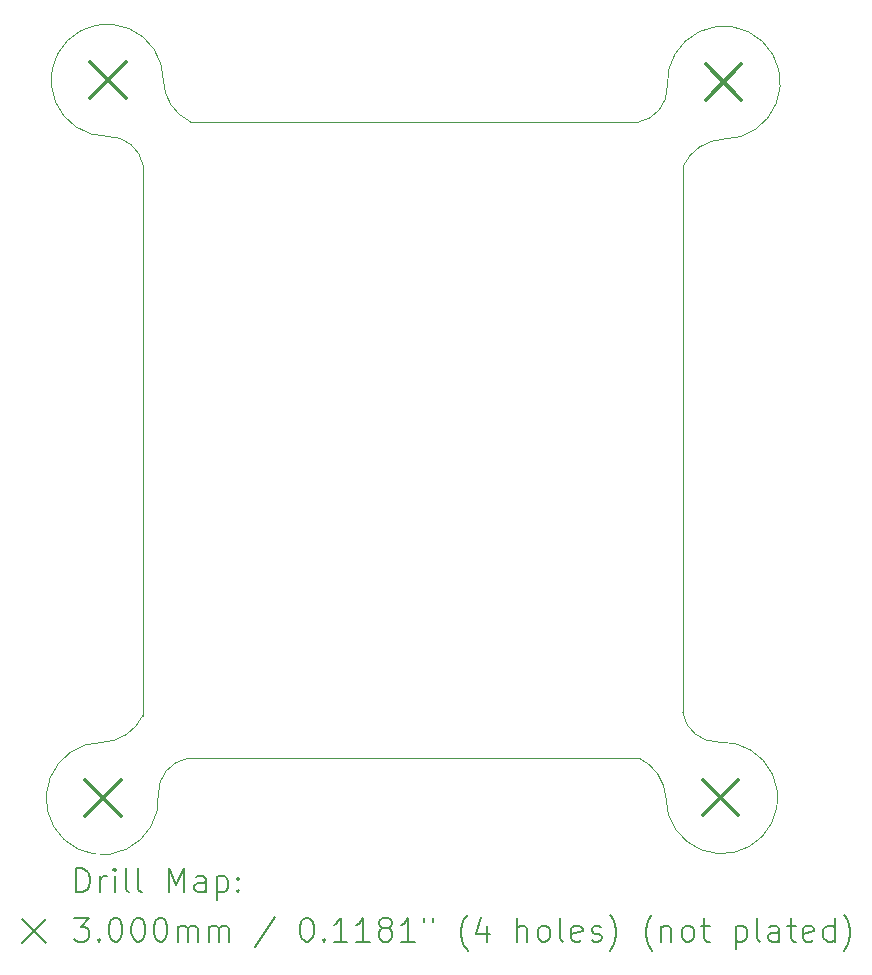
<source format=gbr>
%TF.GenerationSoftware,KiCad,Pcbnew,7.0.7*%
%TF.CreationDate,2023-10-16T17:54:21+02:00*%
%TF.ProjectId,arduino-nano-drone,61726475-696e-46f2-9d6e-616e6f2d6472,0*%
%TF.SameCoordinates,Original*%
%TF.FileFunction,Drillmap*%
%TF.FilePolarity,Positive*%
%FSLAX45Y45*%
G04 Gerber Fmt 4.5, Leading zero omitted, Abs format (unit mm)*
G04 Created by KiCad (PCBNEW 7.0.7) date 2023-10-16 17:54:21*
%MOMM*%
%LPD*%
G01*
G04 APERTURE LIST*
%ADD10C,0.100000*%
%ADD11C,0.200000*%
%ADD12C,0.300000*%
G04 APERTURE END LIST*
D10*
X9430531Y-4189910D02*
G75*
G03*
X9125000Y-3940421I-295531J-50090D01*
G01*
X9600421Y-3465000D02*
G75*
G03*
X9125000Y-3940421I-475421J0D01*
G01*
X9829324Y-3816432D02*
X13617917Y-3820944D01*
X9805955Y-9206729D02*
X13625490Y-9202228D01*
X9600421Y-3465000D02*
G75*
G03*
X9829324Y-3816432I399579J10000D01*
G01*
X9425676Y-8844798D02*
X9430531Y-4189910D01*
X14345000Y-3963561D02*
G75*
G03*
X13867406Y-3515413I0J478561D01*
G01*
X13855345Y-9541188D02*
G75*
G03*
X13625490Y-9202228I-401725J-25002D01*
G01*
X9083620Y-9070769D02*
G75*
G03*
X9425676Y-8844798I-15000J394579D01*
G01*
X13997675Y-8819105D02*
G75*
G03*
X14303207Y-9068594I295535J50095D01*
G01*
X13617916Y-3820938D02*
G75*
G03*
X13867406Y-3515413I-50086J295528D01*
G01*
X9805956Y-9206731D02*
G75*
G03*
X9557712Y-9510663I49834J-294049D01*
G01*
X14345000Y-3963562D02*
G75*
G03*
X14002031Y-4190959I16430J-397118D01*
G01*
X13855343Y-9541188D02*
G75*
G03*
X14303207Y-9068594I473277J0D01*
G01*
X13997676Y-8819105D02*
X14002031Y-4190959D01*
X9083620Y-9070769D02*
G75*
G03*
X9557712Y-9510663I0J-475421D01*
G01*
D11*
D12*
X8938620Y-9391188D02*
X9238620Y-9691188D01*
X9238620Y-9391188D02*
X8938620Y-9691188D01*
X8980000Y-3315000D02*
X9280000Y-3615000D01*
X9280000Y-3315000D02*
X8980000Y-3615000D01*
X14168620Y-9386188D02*
X14468620Y-9686188D01*
X14468620Y-9386188D02*
X14168620Y-9686188D01*
X14195000Y-3330000D02*
X14495000Y-3630000D01*
X14495000Y-3330000D02*
X14195000Y-3630000D01*
D11*
X8863976Y-10338095D02*
X8863976Y-10138095D01*
X8863976Y-10138095D02*
X8911595Y-10138095D01*
X8911595Y-10138095D02*
X8940166Y-10147619D01*
X8940166Y-10147619D02*
X8959214Y-10166666D01*
X8959214Y-10166666D02*
X8968738Y-10185714D01*
X8968738Y-10185714D02*
X8978261Y-10223809D01*
X8978261Y-10223809D02*
X8978261Y-10252381D01*
X8978261Y-10252381D02*
X8968738Y-10290476D01*
X8968738Y-10290476D02*
X8959214Y-10309523D01*
X8959214Y-10309523D02*
X8940166Y-10328571D01*
X8940166Y-10328571D02*
X8911595Y-10338095D01*
X8911595Y-10338095D02*
X8863976Y-10338095D01*
X9063976Y-10338095D02*
X9063976Y-10204762D01*
X9063976Y-10242857D02*
X9073500Y-10223809D01*
X9073500Y-10223809D02*
X9083023Y-10214285D01*
X9083023Y-10214285D02*
X9102071Y-10204762D01*
X9102071Y-10204762D02*
X9121119Y-10204762D01*
X9187785Y-10338095D02*
X9187785Y-10204762D01*
X9187785Y-10138095D02*
X9178261Y-10147619D01*
X9178261Y-10147619D02*
X9187785Y-10157143D01*
X9187785Y-10157143D02*
X9197309Y-10147619D01*
X9197309Y-10147619D02*
X9187785Y-10138095D01*
X9187785Y-10138095D02*
X9187785Y-10157143D01*
X9311595Y-10338095D02*
X9292547Y-10328571D01*
X9292547Y-10328571D02*
X9283023Y-10309523D01*
X9283023Y-10309523D02*
X9283023Y-10138095D01*
X9416357Y-10338095D02*
X9397309Y-10328571D01*
X9397309Y-10328571D02*
X9387785Y-10309523D01*
X9387785Y-10309523D02*
X9387785Y-10138095D01*
X9644928Y-10338095D02*
X9644928Y-10138095D01*
X9644928Y-10138095D02*
X9711595Y-10280952D01*
X9711595Y-10280952D02*
X9778261Y-10138095D01*
X9778261Y-10138095D02*
X9778261Y-10338095D01*
X9959214Y-10338095D02*
X9959214Y-10233333D01*
X9959214Y-10233333D02*
X9949690Y-10214285D01*
X9949690Y-10214285D02*
X9930642Y-10204762D01*
X9930642Y-10204762D02*
X9892547Y-10204762D01*
X9892547Y-10204762D02*
X9873500Y-10214285D01*
X9959214Y-10328571D02*
X9940166Y-10338095D01*
X9940166Y-10338095D02*
X9892547Y-10338095D01*
X9892547Y-10338095D02*
X9873500Y-10328571D01*
X9873500Y-10328571D02*
X9863976Y-10309523D01*
X9863976Y-10309523D02*
X9863976Y-10290476D01*
X9863976Y-10290476D02*
X9873500Y-10271428D01*
X9873500Y-10271428D02*
X9892547Y-10261904D01*
X9892547Y-10261904D02*
X9940166Y-10261904D01*
X9940166Y-10261904D02*
X9959214Y-10252381D01*
X10054452Y-10204762D02*
X10054452Y-10404762D01*
X10054452Y-10214285D02*
X10073500Y-10204762D01*
X10073500Y-10204762D02*
X10111595Y-10204762D01*
X10111595Y-10204762D02*
X10130642Y-10214285D01*
X10130642Y-10214285D02*
X10140166Y-10223809D01*
X10140166Y-10223809D02*
X10149690Y-10242857D01*
X10149690Y-10242857D02*
X10149690Y-10300000D01*
X10149690Y-10300000D02*
X10140166Y-10319047D01*
X10140166Y-10319047D02*
X10130642Y-10328571D01*
X10130642Y-10328571D02*
X10111595Y-10338095D01*
X10111595Y-10338095D02*
X10073500Y-10338095D01*
X10073500Y-10338095D02*
X10054452Y-10328571D01*
X10235404Y-10319047D02*
X10244928Y-10328571D01*
X10244928Y-10328571D02*
X10235404Y-10338095D01*
X10235404Y-10338095D02*
X10225881Y-10328571D01*
X10225881Y-10328571D02*
X10235404Y-10319047D01*
X10235404Y-10319047D02*
X10235404Y-10338095D01*
X10235404Y-10214285D02*
X10244928Y-10223809D01*
X10244928Y-10223809D02*
X10235404Y-10233333D01*
X10235404Y-10233333D02*
X10225881Y-10223809D01*
X10225881Y-10223809D02*
X10235404Y-10214285D01*
X10235404Y-10214285D02*
X10235404Y-10233333D01*
X8403199Y-10566611D02*
X8603199Y-10766611D01*
X8603199Y-10566611D02*
X8403199Y-10766611D01*
X8844928Y-10558095D02*
X8968738Y-10558095D01*
X8968738Y-10558095D02*
X8902071Y-10634285D01*
X8902071Y-10634285D02*
X8930642Y-10634285D01*
X8930642Y-10634285D02*
X8949690Y-10643809D01*
X8949690Y-10643809D02*
X8959214Y-10653333D01*
X8959214Y-10653333D02*
X8968738Y-10672381D01*
X8968738Y-10672381D02*
X8968738Y-10720000D01*
X8968738Y-10720000D02*
X8959214Y-10739047D01*
X8959214Y-10739047D02*
X8949690Y-10748571D01*
X8949690Y-10748571D02*
X8930642Y-10758095D01*
X8930642Y-10758095D02*
X8873500Y-10758095D01*
X8873500Y-10758095D02*
X8854452Y-10748571D01*
X8854452Y-10748571D02*
X8844928Y-10739047D01*
X9054452Y-10739047D02*
X9063976Y-10748571D01*
X9063976Y-10748571D02*
X9054452Y-10758095D01*
X9054452Y-10758095D02*
X9044928Y-10748571D01*
X9044928Y-10748571D02*
X9054452Y-10739047D01*
X9054452Y-10739047D02*
X9054452Y-10758095D01*
X9187785Y-10558095D02*
X9206833Y-10558095D01*
X9206833Y-10558095D02*
X9225881Y-10567619D01*
X9225881Y-10567619D02*
X9235404Y-10577143D01*
X9235404Y-10577143D02*
X9244928Y-10596190D01*
X9244928Y-10596190D02*
X9254452Y-10634285D01*
X9254452Y-10634285D02*
X9254452Y-10681904D01*
X9254452Y-10681904D02*
X9244928Y-10720000D01*
X9244928Y-10720000D02*
X9235404Y-10739047D01*
X9235404Y-10739047D02*
X9225881Y-10748571D01*
X9225881Y-10748571D02*
X9206833Y-10758095D01*
X9206833Y-10758095D02*
X9187785Y-10758095D01*
X9187785Y-10758095D02*
X9168738Y-10748571D01*
X9168738Y-10748571D02*
X9159214Y-10739047D01*
X9159214Y-10739047D02*
X9149690Y-10720000D01*
X9149690Y-10720000D02*
X9140166Y-10681904D01*
X9140166Y-10681904D02*
X9140166Y-10634285D01*
X9140166Y-10634285D02*
X9149690Y-10596190D01*
X9149690Y-10596190D02*
X9159214Y-10577143D01*
X9159214Y-10577143D02*
X9168738Y-10567619D01*
X9168738Y-10567619D02*
X9187785Y-10558095D01*
X9378261Y-10558095D02*
X9397309Y-10558095D01*
X9397309Y-10558095D02*
X9416357Y-10567619D01*
X9416357Y-10567619D02*
X9425881Y-10577143D01*
X9425881Y-10577143D02*
X9435404Y-10596190D01*
X9435404Y-10596190D02*
X9444928Y-10634285D01*
X9444928Y-10634285D02*
X9444928Y-10681904D01*
X9444928Y-10681904D02*
X9435404Y-10720000D01*
X9435404Y-10720000D02*
X9425881Y-10739047D01*
X9425881Y-10739047D02*
X9416357Y-10748571D01*
X9416357Y-10748571D02*
X9397309Y-10758095D01*
X9397309Y-10758095D02*
X9378261Y-10758095D01*
X9378261Y-10758095D02*
X9359214Y-10748571D01*
X9359214Y-10748571D02*
X9349690Y-10739047D01*
X9349690Y-10739047D02*
X9340166Y-10720000D01*
X9340166Y-10720000D02*
X9330642Y-10681904D01*
X9330642Y-10681904D02*
X9330642Y-10634285D01*
X9330642Y-10634285D02*
X9340166Y-10596190D01*
X9340166Y-10596190D02*
X9349690Y-10577143D01*
X9349690Y-10577143D02*
X9359214Y-10567619D01*
X9359214Y-10567619D02*
X9378261Y-10558095D01*
X9568738Y-10558095D02*
X9587785Y-10558095D01*
X9587785Y-10558095D02*
X9606833Y-10567619D01*
X9606833Y-10567619D02*
X9616357Y-10577143D01*
X9616357Y-10577143D02*
X9625881Y-10596190D01*
X9625881Y-10596190D02*
X9635404Y-10634285D01*
X9635404Y-10634285D02*
X9635404Y-10681904D01*
X9635404Y-10681904D02*
X9625881Y-10720000D01*
X9625881Y-10720000D02*
X9616357Y-10739047D01*
X9616357Y-10739047D02*
X9606833Y-10748571D01*
X9606833Y-10748571D02*
X9587785Y-10758095D01*
X9587785Y-10758095D02*
X9568738Y-10758095D01*
X9568738Y-10758095D02*
X9549690Y-10748571D01*
X9549690Y-10748571D02*
X9540166Y-10739047D01*
X9540166Y-10739047D02*
X9530642Y-10720000D01*
X9530642Y-10720000D02*
X9521119Y-10681904D01*
X9521119Y-10681904D02*
X9521119Y-10634285D01*
X9521119Y-10634285D02*
X9530642Y-10596190D01*
X9530642Y-10596190D02*
X9540166Y-10577143D01*
X9540166Y-10577143D02*
X9549690Y-10567619D01*
X9549690Y-10567619D02*
X9568738Y-10558095D01*
X9721119Y-10758095D02*
X9721119Y-10624762D01*
X9721119Y-10643809D02*
X9730642Y-10634285D01*
X9730642Y-10634285D02*
X9749690Y-10624762D01*
X9749690Y-10624762D02*
X9778262Y-10624762D01*
X9778262Y-10624762D02*
X9797309Y-10634285D01*
X9797309Y-10634285D02*
X9806833Y-10653333D01*
X9806833Y-10653333D02*
X9806833Y-10758095D01*
X9806833Y-10653333D02*
X9816357Y-10634285D01*
X9816357Y-10634285D02*
X9835404Y-10624762D01*
X9835404Y-10624762D02*
X9863976Y-10624762D01*
X9863976Y-10624762D02*
X9883023Y-10634285D01*
X9883023Y-10634285D02*
X9892547Y-10653333D01*
X9892547Y-10653333D02*
X9892547Y-10758095D01*
X9987785Y-10758095D02*
X9987785Y-10624762D01*
X9987785Y-10643809D02*
X9997309Y-10634285D01*
X9997309Y-10634285D02*
X10016357Y-10624762D01*
X10016357Y-10624762D02*
X10044928Y-10624762D01*
X10044928Y-10624762D02*
X10063976Y-10634285D01*
X10063976Y-10634285D02*
X10073500Y-10653333D01*
X10073500Y-10653333D02*
X10073500Y-10758095D01*
X10073500Y-10653333D02*
X10083023Y-10634285D01*
X10083023Y-10634285D02*
X10102071Y-10624762D01*
X10102071Y-10624762D02*
X10130642Y-10624762D01*
X10130642Y-10624762D02*
X10149690Y-10634285D01*
X10149690Y-10634285D02*
X10159214Y-10653333D01*
X10159214Y-10653333D02*
X10159214Y-10758095D01*
X10549690Y-10548571D02*
X10378262Y-10805714D01*
X10806833Y-10558095D02*
X10825881Y-10558095D01*
X10825881Y-10558095D02*
X10844928Y-10567619D01*
X10844928Y-10567619D02*
X10854452Y-10577143D01*
X10854452Y-10577143D02*
X10863976Y-10596190D01*
X10863976Y-10596190D02*
X10873500Y-10634285D01*
X10873500Y-10634285D02*
X10873500Y-10681904D01*
X10873500Y-10681904D02*
X10863976Y-10720000D01*
X10863976Y-10720000D02*
X10854452Y-10739047D01*
X10854452Y-10739047D02*
X10844928Y-10748571D01*
X10844928Y-10748571D02*
X10825881Y-10758095D01*
X10825881Y-10758095D02*
X10806833Y-10758095D01*
X10806833Y-10758095D02*
X10787785Y-10748571D01*
X10787785Y-10748571D02*
X10778262Y-10739047D01*
X10778262Y-10739047D02*
X10768738Y-10720000D01*
X10768738Y-10720000D02*
X10759214Y-10681904D01*
X10759214Y-10681904D02*
X10759214Y-10634285D01*
X10759214Y-10634285D02*
X10768738Y-10596190D01*
X10768738Y-10596190D02*
X10778262Y-10577143D01*
X10778262Y-10577143D02*
X10787785Y-10567619D01*
X10787785Y-10567619D02*
X10806833Y-10558095D01*
X10959214Y-10739047D02*
X10968738Y-10748571D01*
X10968738Y-10748571D02*
X10959214Y-10758095D01*
X10959214Y-10758095D02*
X10949690Y-10748571D01*
X10949690Y-10748571D02*
X10959214Y-10739047D01*
X10959214Y-10739047D02*
X10959214Y-10758095D01*
X11159214Y-10758095D02*
X11044928Y-10758095D01*
X11102071Y-10758095D02*
X11102071Y-10558095D01*
X11102071Y-10558095D02*
X11083024Y-10586666D01*
X11083024Y-10586666D02*
X11063976Y-10605714D01*
X11063976Y-10605714D02*
X11044928Y-10615238D01*
X11349690Y-10758095D02*
X11235404Y-10758095D01*
X11292547Y-10758095D02*
X11292547Y-10558095D01*
X11292547Y-10558095D02*
X11273500Y-10586666D01*
X11273500Y-10586666D02*
X11254452Y-10605714D01*
X11254452Y-10605714D02*
X11235404Y-10615238D01*
X11463976Y-10643809D02*
X11444928Y-10634285D01*
X11444928Y-10634285D02*
X11435404Y-10624762D01*
X11435404Y-10624762D02*
X11425881Y-10605714D01*
X11425881Y-10605714D02*
X11425881Y-10596190D01*
X11425881Y-10596190D02*
X11435404Y-10577143D01*
X11435404Y-10577143D02*
X11444928Y-10567619D01*
X11444928Y-10567619D02*
X11463976Y-10558095D01*
X11463976Y-10558095D02*
X11502071Y-10558095D01*
X11502071Y-10558095D02*
X11521119Y-10567619D01*
X11521119Y-10567619D02*
X11530643Y-10577143D01*
X11530643Y-10577143D02*
X11540166Y-10596190D01*
X11540166Y-10596190D02*
X11540166Y-10605714D01*
X11540166Y-10605714D02*
X11530643Y-10624762D01*
X11530643Y-10624762D02*
X11521119Y-10634285D01*
X11521119Y-10634285D02*
X11502071Y-10643809D01*
X11502071Y-10643809D02*
X11463976Y-10643809D01*
X11463976Y-10643809D02*
X11444928Y-10653333D01*
X11444928Y-10653333D02*
X11435404Y-10662857D01*
X11435404Y-10662857D02*
X11425881Y-10681904D01*
X11425881Y-10681904D02*
X11425881Y-10720000D01*
X11425881Y-10720000D02*
X11435404Y-10739047D01*
X11435404Y-10739047D02*
X11444928Y-10748571D01*
X11444928Y-10748571D02*
X11463976Y-10758095D01*
X11463976Y-10758095D02*
X11502071Y-10758095D01*
X11502071Y-10758095D02*
X11521119Y-10748571D01*
X11521119Y-10748571D02*
X11530643Y-10739047D01*
X11530643Y-10739047D02*
X11540166Y-10720000D01*
X11540166Y-10720000D02*
X11540166Y-10681904D01*
X11540166Y-10681904D02*
X11530643Y-10662857D01*
X11530643Y-10662857D02*
X11521119Y-10653333D01*
X11521119Y-10653333D02*
X11502071Y-10643809D01*
X11730643Y-10758095D02*
X11616357Y-10758095D01*
X11673500Y-10758095D02*
X11673500Y-10558095D01*
X11673500Y-10558095D02*
X11654452Y-10586666D01*
X11654452Y-10586666D02*
X11635404Y-10605714D01*
X11635404Y-10605714D02*
X11616357Y-10615238D01*
X11806833Y-10558095D02*
X11806833Y-10596190D01*
X11883024Y-10558095D02*
X11883024Y-10596190D01*
X12178262Y-10834285D02*
X12168738Y-10824762D01*
X12168738Y-10824762D02*
X12149690Y-10796190D01*
X12149690Y-10796190D02*
X12140166Y-10777143D01*
X12140166Y-10777143D02*
X12130643Y-10748571D01*
X12130643Y-10748571D02*
X12121119Y-10700952D01*
X12121119Y-10700952D02*
X12121119Y-10662857D01*
X12121119Y-10662857D02*
X12130643Y-10615238D01*
X12130643Y-10615238D02*
X12140166Y-10586666D01*
X12140166Y-10586666D02*
X12149690Y-10567619D01*
X12149690Y-10567619D02*
X12168738Y-10539047D01*
X12168738Y-10539047D02*
X12178262Y-10529523D01*
X12340166Y-10624762D02*
X12340166Y-10758095D01*
X12292547Y-10548571D02*
X12244928Y-10691428D01*
X12244928Y-10691428D02*
X12368738Y-10691428D01*
X12597309Y-10758095D02*
X12597309Y-10558095D01*
X12683024Y-10758095D02*
X12683024Y-10653333D01*
X12683024Y-10653333D02*
X12673500Y-10634285D01*
X12673500Y-10634285D02*
X12654452Y-10624762D01*
X12654452Y-10624762D02*
X12625881Y-10624762D01*
X12625881Y-10624762D02*
X12606833Y-10634285D01*
X12606833Y-10634285D02*
X12597309Y-10643809D01*
X12806833Y-10758095D02*
X12787786Y-10748571D01*
X12787786Y-10748571D02*
X12778262Y-10739047D01*
X12778262Y-10739047D02*
X12768738Y-10720000D01*
X12768738Y-10720000D02*
X12768738Y-10662857D01*
X12768738Y-10662857D02*
X12778262Y-10643809D01*
X12778262Y-10643809D02*
X12787786Y-10634285D01*
X12787786Y-10634285D02*
X12806833Y-10624762D01*
X12806833Y-10624762D02*
X12835405Y-10624762D01*
X12835405Y-10624762D02*
X12854452Y-10634285D01*
X12854452Y-10634285D02*
X12863976Y-10643809D01*
X12863976Y-10643809D02*
X12873500Y-10662857D01*
X12873500Y-10662857D02*
X12873500Y-10720000D01*
X12873500Y-10720000D02*
X12863976Y-10739047D01*
X12863976Y-10739047D02*
X12854452Y-10748571D01*
X12854452Y-10748571D02*
X12835405Y-10758095D01*
X12835405Y-10758095D02*
X12806833Y-10758095D01*
X12987786Y-10758095D02*
X12968738Y-10748571D01*
X12968738Y-10748571D02*
X12959214Y-10729523D01*
X12959214Y-10729523D02*
X12959214Y-10558095D01*
X13140167Y-10748571D02*
X13121119Y-10758095D01*
X13121119Y-10758095D02*
X13083024Y-10758095D01*
X13083024Y-10758095D02*
X13063976Y-10748571D01*
X13063976Y-10748571D02*
X13054452Y-10729523D01*
X13054452Y-10729523D02*
X13054452Y-10653333D01*
X13054452Y-10653333D02*
X13063976Y-10634285D01*
X13063976Y-10634285D02*
X13083024Y-10624762D01*
X13083024Y-10624762D02*
X13121119Y-10624762D01*
X13121119Y-10624762D02*
X13140167Y-10634285D01*
X13140167Y-10634285D02*
X13149690Y-10653333D01*
X13149690Y-10653333D02*
X13149690Y-10672381D01*
X13149690Y-10672381D02*
X13054452Y-10691428D01*
X13225881Y-10748571D02*
X13244928Y-10758095D01*
X13244928Y-10758095D02*
X13283024Y-10758095D01*
X13283024Y-10758095D02*
X13302071Y-10748571D01*
X13302071Y-10748571D02*
X13311595Y-10729523D01*
X13311595Y-10729523D02*
X13311595Y-10720000D01*
X13311595Y-10720000D02*
X13302071Y-10700952D01*
X13302071Y-10700952D02*
X13283024Y-10691428D01*
X13283024Y-10691428D02*
X13254452Y-10691428D01*
X13254452Y-10691428D02*
X13235405Y-10681904D01*
X13235405Y-10681904D02*
X13225881Y-10662857D01*
X13225881Y-10662857D02*
X13225881Y-10653333D01*
X13225881Y-10653333D02*
X13235405Y-10634285D01*
X13235405Y-10634285D02*
X13254452Y-10624762D01*
X13254452Y-10624762D02*
X13283024Y-10624762D01*
X13283024Y-10624762D02*
X13302071Y-10634285D01*
X13378262Y-10834285D02*
X13387786Y-10824762D01*
X13387786Y-10824762D02*
X13406833Y-10796190D01*
X13406833Y-10796190D02*
X13416357Y-10777143D01*
X13416357Y-10777143D02*
X13425881Y-10748571D01*
X13425881Y-10748571D02*
X13435405Y-10700952D01*
X13435405Y-10700952D02*
X13435405Y-10662857D01*
X13435405Y-10662857D02*
X13425881Y-10615238D01*
X13425881Y-10615238D02*
X13416357Y-10586666D01*
X13416357Y-10586666D02*
X13406833Y-10567619D01*
X13406833Y-10567619D02*
X13387786Y-10539047D01*
X13387786Y-10539047D02*
X13378262Y-10529523D01*
X13740167Y-10834285D02*
X13730643Y-10824762D01*
X13730643Y-10824762D02*
X13711595Y-10796190D01*
X13711595Y-10796190D02*
X13702071Y-10777143D01*
X13702071Y-10777143D02*
X13692548Y-10748571D01*
X13692548Y-10748571D02*
X13683024Y-10700952D01*
X13683024Y-10700952D02*
X13683024Y-10662857D01*
X13683024Y-10662857D02*
X13692548Y-10615238D01*
X13692548Y-10615238D02*
X13702071Y-10586666D01*
X13702071Y-10586666D02*
X13711595Y-10567619D01*
X13711595Y-10567619D02*
X13730643Y-10539047D01*
X13730643Y-10539047D02*
X13740167Y-10529523D01*
X13816357Y-10624762D02*
X13816357Y-10758095D01*
X13816357Y-10643809D02*
X13825881Y-10634285D01*
X13825881Y-10634285D02*
X13844928Y-10624762D01*
X13844928Y-10624762D02*
X13873500Y-10624762D01*
X13873500Y-10624762D02*
X13892548Y-10634285D01*
X13892548Y-10634285D02*
X13902071Y-10653333D01*
X13902071Y-10653333D02*
X13902071Y-10758095D01*
X14025881Y-10758095D02*
X14006833Y-10748571D01*
X14006833Y-10748571D02*
X13997309Y-10739047D01*
X13997309Y-10739047D02*
X13987786Y-10720000D01*
X13987786Y-10720000D02*
X13987786Y-10662857D01*
X13987786Y-10662857D02*
X13997309Y-10643809D01*
X13997309Y-10643809D02*
X14006833Y-10634285D01*
X14006833Y-10634285D02*
X14025881Y-10624762D01*
X14025881Y-10624762D02*
X14054452Y-10624762D01*
X14054452Y-10624762D02*
X14073500Y-10634285D01*
X14073500Y-10634285D02*
X14083024Y-10643809D01*
X14083024Y-10643809D02*
X14092548Y-10662857D01*
X14092548Y-10662857D02*
X14092548Y-10720000D01*
X14092548Y-10720000D02*
X14083024Y-10739047D01*
X14083024Y-10739047D02*
X14073500Y-10748571D01*
X14073500Y-10748571D02*
X14054452Y-10758095D01*
X14054452Y-10758095D02*
X14025881Y-10758095D01*
X14149690Y-10624762D02*
X14225881Y-10624762D01*
X14178262Y-10558095D02*
X14178262Y-10729523D01*
X14178262Y-10729523D02*
X14187786Y-10748571D01*
X14187786Y-10748571D02*
X14206833Y-10758095D01*
X14206833Y-10758095D02*
X14225881Y-10758095D01*
X14444929Y-10624762D02*
X14444929Y-10824762D01*
X14444929Y-10634285D02*
X14463976Y-10624762D01*
X14463976Y-10624762D02*
X14502071Y-10624762D01*
X14502071Y-10624762D02*
X14521119Y-10634285D01*
X14521119Y-10634285D02*
X14530643Y-10643809D01*
X14530643Y-10643809D02*
X14540167Y-10662857D01*
X14540167Y-10662857D02*
X14540167Y-10720000D01*
X14540167Y-10720000D02*
X14530643Y-10739047D01*
X14530643Y-10739047D02*
X14521119Y-10748571D01*
X14521119Y-10748571D02*
X14502071Y-10758095D01*
X14502071Y-10758095D02*
X14463976Y-10758095D01*
X14463976Y-10758095D02*
X14444929Y-10748571D01*
X14654452Y-10758095D02*
X14635405Y-10748571D01*
X14635405Y-10748571D02*
X14625881Y-10729523D01*
X14625881Y-10729523D02*
X14625881Y-10558095D01*
X14816357Y-10758095D02*
X14816357Y-10653333D01*
X14816357Y-10653333D02*
X14806833Y-10634285D01*
X14806833Y-10634285D02*
X14787786Y-10624762D01*
X14787786Y-10624762D02*
X14749690Y-10624762D01*
X14749690Y-10624762D02*
X14730643Y-10634285D01*
X14816357Y-10748571D02*
X14797310Y-10758095D01*
X14797310Y-10758095D02*
X14749690Y-10758095D01*
X14749690Y-10758095D02*
X14730643Y-10748571D01*
X14730643Y-10748571D02*
X14721119Y-10729523D01*
X14721119Y-10729523D02*
X14721119Y-10710476D01*
X14721119Y-10710476D02*
X14730643Y-10691428D01*
X14730643Y-10691428D02*
X14749690Y-10681904D01*
X14749690Y-10681904D02*
X14797310Y-10681904D01*
X14797310Y-10681904D02*
X14816357Y-10672381D01*
X14883024Y-10624762D02*
X14959214Y-10624762D01*
X14911595Y-10558095D02*
X14911595Y-10729523D01*
X14911595Y-10729523D02*
X14921119Y-10748571D01*
X14921119Y-10748571D02*
X14940167Y-10758095D01*
X14940167Y-10758095D02*
X14959214Y-10758095D01*
X15102071Y-10748571D02*
X15083024Y-10758095D01*
X15083024Y-10758095D02*
X15044929Y-10758095D01*
X15044929Y-10758095D02*
X15025881Y-10748571D01*
X15025881Y-10748571D02*
X15016357Y-10729523D01*
X15016357Y-10729523D02*
X15016357Y-10653333D01*
X15016357Y-10653333D02*
X15025881Y-10634285D01*
X15025881Y-10634285D02*
X15044929Y-10624762D01*
X15044929Y-10624762D02*
X15083024Y-10624762D01*
X15083024Y-10624762D02*
X15102071Y-10634285D01*
X15102071Y-10634285D02*
X15111595Y-10653333D01*
X15111595Y-10653333D02*
X15111595Y-10672381D01*
X15111595Y-10672381D02*
X15016357Y-10691428D01*
X15283024Y-10758095D02*
X15283024Y-10558095D01*
X15283024Y-10748571D02*
X15263976Y-10758095D01*
X15263976Y-10758095D02*
X15225881Y-10758095D01*
X15225881Y-10758095D02*
X15206833Y-10748571D01*
X15206833Y-10748571D02*
X15197310Y-10739047D01*
X15197310Y-10739047D02*
X15187786Y-10720000D01*
X15187786Y-10720000D02*
X15187786Y-10662857D01*
X15187786Y-10662857D02*
X15197310Y-10643809D01*
X15197310Y-10643809D02*
X15206833Y-10634285D01*
X15206833Y-10634285D02*
X15225881Y-10624762D01*
X15225881Y-10624762D02*
X15263976Y-10624762D01*
X15263976Y-10624762D02*
X15283024Y-10634285D01*
X15359214Y-10834285D02*
X15368738Y-10824762D01*
X15368738Y-10824762D02*
X15387786Y-10796190D01*
X15387786Y-10796190D02*
X15397310Y-10777143D01*
X15397310Y-10777143D02*
X15406833Y-10748571D01*
X15406833Y-10748571D02*
X15416357Y-10700952D01*
X15416357Y-10700952D02*
X15416357Y-10662857D01*
X15416357Y-10662857D02*
X15406833Y-10615238D01*
X15406833Y-10615238D02*
X15397310Y-10586666D01*
X15397310Y-10586666D02*
X15387786Y-10567619D01*
X15387786Y-10567619D02*
X15368738Y-10539047D01*
X15368738Y-10539047D02*
X15359214Y-10529523D01*
M02*

</source>
